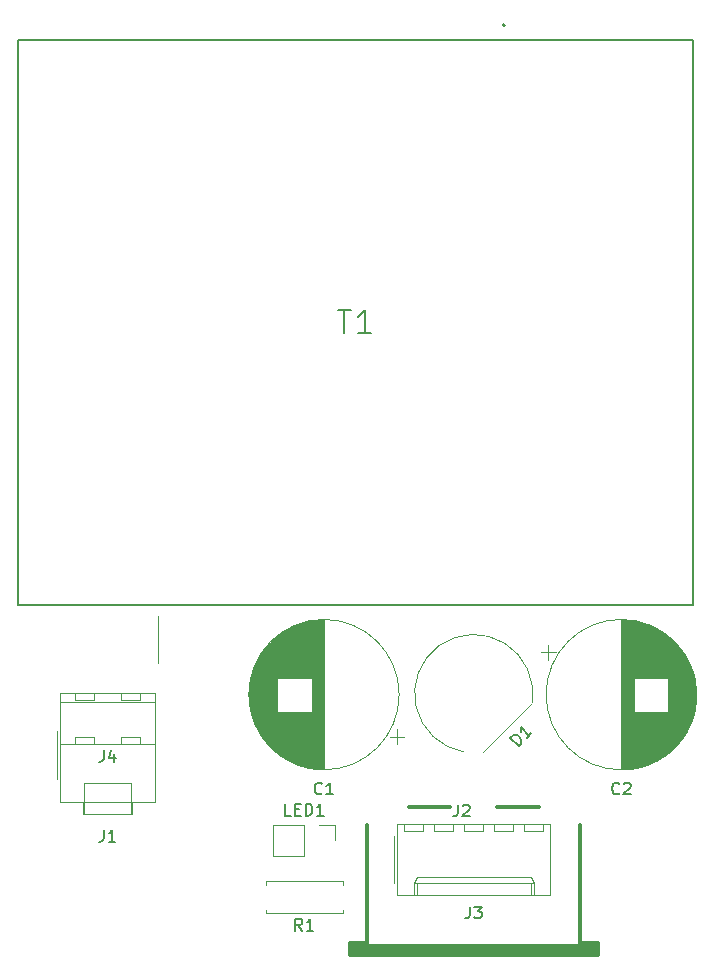
<source format=gbr>
%TF.GenerationSoftware,KiCad,Pcbnew,8.0.2*%
%TF.CreationDate,2024-08-04T20:07:13-04:00*%
%TF.ProjectId,M1PSX3,4d315053-5833-42e6-9b69-6361645f7063,rev?*%
%TF.SameCoordinates,Original*%
%TF.FileFunction,Legend,Top*%
%TF.FilePolarity,Positive*%
%FSLAX46Y46*%
G04 Gerber Fmt 4.6, Leading zero omitted, Abs format (unit mm)*
G04 Created by KiCad (PCBNEW 8.0.2) date 2024-08-04 20:07:13*
%MOMM*%
%LPD*%
G01*
G04 APERTURE LIST*
%ADD10C,0.150000*%
%ADD11C,0.120000*%
%ADD12C,0.304800*%
%ADD13C,0.127000*%
%ADD14C,0.200000*%
G04 APERTURE END LIST*
D10*
X87531952Y-98244819D02*
X87055762Y-98244819D01*
X87055762Y-98244819D02*
X87055762Y-97244819D01*
X87865286Y-97721009D02*
X88198619Y-97721009D01*
X88341476Y-98244819D02*
X87865286Y-98244819D01*
X87865286Y-98244819D02*
X87865286Y-97244819D01*
X87865286Y-97244819D02*
X88341476Y-97244819D01*
X88770048Y-98244819D02*
X88770048Y-97244819D01*
X88770048Y-97244819D02*
X89008143Y-97244819D01*
X89008143Y-97244819D02*
X89151000Y-97292438D01*
X89151000Y-97292438D02*
X89246238Y-97387676D01*
X89246238Y-97387676D02*
X89293857Y-97482914D01*
X89293857Y-97482914D02*
X89341476Y-97673390D01*
X89341476Y-97673390D02*
X89341476Y-97816247D01*
X89341476Y-97816247D02*
X89293857Y-98006723D01*
X89293857Y-98006723D02*
X89246238Y-98101961D01*
X89246238Y-98101961D02*
X89151000Y-98197200D01*
X89151000Y-98197200D02*
X89008143Y-98244819D01*
X89008143Y-98244819D02*
X88770048Y-98244819D01*
X90293857Y-98244819D02*
X89722429Y-98244819D01*
X90008143Y-98244819D02*
X90008143Y-97244819D01*
X90008143Y-97244819D02*
X89912905Y-97387676D01*
X89912905Y-97387676D02*
X89817667Y-97482914D01*
X89817667Y-97482914D02*
X89722429Y-97530533D01*
X102666666Y-105954819D02*
X102666666Y-106669104D01*
X102666666Y-106669104D02*
X102619047Y-106811961D01*
X102619047Y-106811961D02*
X102523809Y-106907200D01*
X102523809Y-106907200D02*
X102380952Y-106954819D01*
X102380952Y-106954819D02*
X102285714Y-106954819D01*
X103047619Y-105954819D02*
X103666666Y-105954819D01*
X103666666Y-105954819D02*
X103333333Y-106335771D01*
X103333333Y-106335771D02*
X103476190Y-106335771D01*
X103476190Y-106335771D02*
X103571428Y-106383390D01*
X103571428Y-106383390D02*
X103619047Y-106431009D01*
X103619047Y-106431009D02*
X103666666Y-106526247D01*
X103666666Y-106526247D02*
X103666666Y-106764342D01*
X103666666Y-106764342D02*
X103619047Y-106859580D01*
X103619047Y-106859580D02*
X103571428Y-106907200D01*
X103571428Y-106907200D02*
X103476190Y-106954819D01*
X103476190Y-106954819D02*
X103190476Y-106954819D01*
X103190476Y-106954819D02*
X103095238Y-106907200D01*
X103095238Y-106907200D02*
X103047619Y-106859580D01*
X90157292Y-96359580D02*
X90109673Y-96407200D01*
X90109673Y-96407200D02*
X89966816Y-96454819D01*
X89966816Y-96454819D02*
X89871578Y-96454819D01*
X89871578Y-96454819D02*
X89728721Y-96407200D01*
X89728721Y-96407200D02*
X89633483Y-96311961D01*
X89633483Y-96311961D02*
X89585864Y-96216723D01*
X89585864Y-96216723D02*
X89538245Y-96026247D01*
X89538245Y-96026247D02*
X89538245Y-95883390D01*
X89538245Y-95883390D02*
X89585864Y-95692914D01*
X89585864Y-95692914D02*
X89633483Y-95597676D01*
X89633483Y-95597676D02*
X89728721Y-95502438D01*
X89728721Y-95502438D02*
X89871578Y-95454819D01*
X89871578Y-95454819D02*
X89966816Y-95454819D01*
X89966816Y-95454819D02*
X90109673Y-95502438D01*
X90109673Y-95502438D02*
X90157292Y-95550057D01*
X91109673Y-96454819D02*
X90538245Y-96454819D01*
X90823959Y-96454819D02*
X90823959Y-95454819D01*
X90823959Y-95454819D02*
X90728721Y-95597676D01*
X90728721Y-95597676D02*
X90633483Y-95692914D01*
X90633483Y-95692914D02*
X90538245Y-95740533D01*
X71666666Y-99439819D02*
X71666666Y-100154104D01*
X71666666Y-100154104D02*
X71619047Y-100296961D01*
X71619047Y-100296961D02*
X71523809Y-100392200D01*
X71523809Y-100392200D02*
X71380952Y-100439819D01*
X71380952Y-100439819D02*
X71285714Y-100439819D01*
X72666666Y-100439819D02*
X72095238Y-100439819D01*
X72380952Y-100439819D02*
X72380952Y-99439819D01*
X72380952Y-99439819D02*
X72285714Y-99582676D01*
X72285714Y-99582676D02*
X72190476Y-99677914D01*
X72190476Y-99677914D02*
X72095238Y-99725533D01*
X71666666Y-92709819D02*
X71666666Y-93424104D01*
X71666666Y-93424104D02*
X71619047Y-93566961D01*
X71619047Y-93566961D02*
X71523809Y-93662200D01*
X71523809Y-93662200D02*
X71380952Y-93709819D01*
X71380952Y-93709819D02*
X71285714Y-93709819D01*
X72571428Y-93043152D02*
X72571428Y-93709819D01*
X72333333Y-92662200D02*
X72095238Y-93376485D01*
X72095238Y-93376485D02*
X72714285Y-93376485D01*
X106799693Y-92343517D02*
X106092587Y-91636410D01*
X106092587Y-91636410D02*
X106260945Y-91468051D01*
X106260945Y-91468051D02*
X106395632Y-91400708D01*
X106395632Y-91400708D02*
X106530319Y-91400708D01*
X106530319Y-91400708D02*
X106631335Y-91434380D01*
X106631335Y-91434380D02*
X106799693Y-91535395D01*
X106799693Y-91535395D02*
X106900709Y-91636410D01*
X106900709Y-91636410D02*
X107001724Y-91804769D01*
X107001724Y-91804769D02*
X107035396Y-91905784D01*
X107035396Y-91905784D02*
X107035396Y-92040471D01*
X107035396Y-92040471D02*
X106968052Y-92175158D01*
X106968052Y-92175158D02*
X106799693Y-92343517D01*
X107877189Y-91266021D02*
X107473128Y-91670082D01*
X107675159Y-91468051D02*
X106968052Y-90760945D01*
X106968052Y-90760945D02*
X107001724Y-90929303D01*
X107001724Y-90929303D02*
X107001724Y-91063990D01*
X107001724Y-91063990D02*
X106968052Y-91165006D01*
X88479333Y-107980819D02*
X88146000Y-107504628D01*
X87907905Y-107980819D02*
X87907905Y-106980819D01*
X87907905Y-106980819D02*
X88288857Y-106980819D01*
X88288857Y-106980819D02*
X88384095Y-107028438D01*
X88384095Y-107028438D02*
X88431714Y-107076057D01*
X88431714Y-107076057D02*
X88479333Y-107171295D01*
X88479333Y-107171295D02*
X88479333Y-107314152D01*
X88479333Y-107314152D02*
X88431714Y-107409390D01*
X88431714Y-107409390D02*
X88384095Y-107457009D01*
X88384095Y-107457009D02*
X88288857Y-107504628D01*
X88288857Y-107504628D02*
X87907905Y-107504628D01*
X89431714Y-107980819D02*
X88860286Y-107980819D01*
X89146000Y-107980819D02*
X89146000Y-106980819D01*
X89146000Y-106980819D02*
X89050762Y-107123676D01*
X89050762Y-107123676D02*
X88955524Y-107218914D01*
X88955524Y-107218914D02*
X88860286Y-107266533D01*
X115333333Y-96359580D02*
X115285714Y-96407200D01*
X115285714Y-96407200D02*
X115142857Y-96454819D01*
X115142857Y-96454819D02*
X115047619Y-96454819D01*
X115047619Y-96454819D02*
X114904762Y-96407200D01*
X114904762Y-96407200D02*
X114809524Y-96311961D01*
X114809524Y-96311961D02*
X114761905Y-96216723D01*
X114761905Y-96216723D02*
X114714286Y-96026247D01*
X114714286Y-96026247D02*
X114714286Y-95883390D01*
X114714286Y-95883390D02*
X114761905Y-95692914D01*
X114761905Y-95692914D02*
X114809524Y-95597676D01*
X114809524Y-95597676D02*
X114904762Y-95502438D01*
X114904762Y-95502438D02*
X115047619Y-95454819D01*
X115047619Y-95454819D02*
X115142857Y-95454819D01*
X115142857Y-95454819D02*
X115285714Y-95502438D01*
X115285714Y-95502438D02*
X115333333Y-95550057D01*
X115714286Y-95550057D02*
X115761905Y-95502438D01*
X115761905Y-95502438D02*
X115857143Y-95454819D01*
X115857143Y-95454819D02*
X116095238Y-95454819D01*
X116095238Y-95454819D02*
X116190476Y-95502438D01*
X116190476Y-95502438D02*
X116238095Y-95550057D01*
X116238095Y-95550057D02*
X116285714Y-95645295D01*
X116285714Y-95645295D02*
X116285714Y-95740533D01*
X116285714Y-95740533D02*
X116238095Y-95883390D01*
X116238095Y-95883390D02*
X115666667Y-96454819D01*
X115666667Y-96454819D02*
X116285714Y-96454819D01*
X91476190Y-55417438D02*
X92619047Y-55417438D01*
X92047618Y-57417438D02*
X92047618Y-55417438D01*
X94333333Y-57417438D02*
X93190476Y-57417438D01*
X93761904Y-57417438D02*
X93761904Y-55417438D01*
X93761904Y-55417438D02*
X93571428Y-55703152D01*
X93571428Y-55703152D02*
X93380952Y-55893628D01*
X93380952Y-55893628D02*
X93190476Y-55988866D01*
X101655421Y-97304819D02*
X101655421Y-98019104D01*
X101655421Y-98019104D02*
X101607802Y-98161961D01*
X101607802Y-98161961D02*
X101512564Y-98257200D01*
X101512564Y-98257200D02*
X101369707Y-98304819D01*
X101369707Y-98304819D02*
X101274469Y-98304819D01*
X102083993Y-97400057D02*
X102131612Y-97352438D01*
X102131612Y-97352438D02*
X102226850Y-97304819D01*
X102226850Y-97304819D02*
X102464945Y-97304819D01*
X102464945Y-97304819D02*
X102560183Y-97352438D01*
X102560183Y-97352438D02*
X102607802Y-97400057D01*
X102607802Y-97400057D02*
X102655421Y-97495295D01*
X102655421Y-97495295D02*
X102655421Y-97590533D01*
X102655421Y-97590533D02*
X102607802Y-97733390D01*
X102607802Y-97733390D02*
X102036374Y-98304819D01*
X102036374Y-98304819D02*
X102655421Y-98304819D01*
D11*
%TO.C,LED1*%
X91246000Y-99000000D02*
X91246000Y-100330000D01*
X89916000Y-99000000D02*
X91246000Y-99000000D01*
X88646000Y-99000000D02*
X86046000Y-99000000D01*
X88646000Y-99000000D02*
X88646000Y-101660000D01*
X86046000Y-99000000D02*
X86046000Y-101660000D01*
X88646000Y-101660000D02*
X86046000Y-101660000D01*
D12*
%TO.C,J3*%
X92493380Y-110032990D02*
X92493380Y-109032230D01*
X92493740Y-109032230D02*
X93994520Y-109032230D01*
X92593740Y-109283690D02*
X113494100Y-109283690D01*
X92593740Y-109784070D02*
X113393740Y-109784070D01*
X93994520Y-99033390D02*
X93994520Y-109533390D01*
X97493740Y-97533390D02*
X100993740Y-97533390D01*
X108493740Y-97533390D02*
X104993740Y-97533390D01*
X111992960Y-99033390D02*
X111992960Y-109533390D01*
X111993350Y-109033390D02*
X113494130Y-109033390D01*
X113494100Y-109032230D02*
X113494100Y-110032990D01*
X113494100Y-109532610D02*
X92493380Y-109532610D01*
X113494100Y-110032990D02*
X92493380Y-110032990D01*
D11*
%TO.C,C1*%
X97141041Y-91575000D02*
X95891041Y-91575000D01*
X96516041Y-92200000D02*
X96516041Y-90950000D01*
X90323959Y-94330000D02*
X90323959Y-81670000D01*
X90283959Y-94330000D02*
X90283959Y-81670000D01*
X90243959Y-94330000D02*
X90243959Y-81670000D01*
X90203959Y-94329000D02*
X90203959Y-81671000D01*
X90163959Y-94328000D02*
X90163959Y-81672000D01*
X90123959Y-94327000D02*
X90123959Y-81673000D01*
X90083959Y-94326000D02*
X90083959Y-81674000D01*
X90043959Y-94324000D02*
X90043959Y-81676000D01*
X90003959Y-94322000D02*
X90003959Y-81678000D01*
X89963959Y-94320000D02*
X89963959Y-81680000D01*
X89923959Y-94318000D02*
X89923959Y-81682000D01*
X89883959Y-94315000D02*
X89883959Y-81685000D01*
X89843959Y-94312000D02*
X89843959Y-81688000D01*
X89803959Y-94309000D02*
X89803959Y-81691000D01*
X89763959Y-94306000D02*
X89763959Y-81694000D01*
X89723959Y-94302000D02*
X89723959Y-81698000D01*
X89683959Y-94298000D02*
X89683959Y-81702000D01*
X89643959Y-94294000D02*
X89643959Y-81706000D01*
X89602959Y-94290000D02*
X89602959Y-81710000D01*
X89562959Y-94285000D02*
X89562959Y-81715000D01*
X89522959Y-94280000D02*
X89522959Y-81720000D01*
X89482959Y-94275000D02*
X89482959Y-81725000D01*
X89442959Y-94269000D02*
X89442959Y-81731000D01*
X89402959Y-94264000D02*
X89402959Y-81736000D01*
X89362959Y-94258000D02*
X89362959Y-81742000D01*
X89322959Y-94252000D02*
X89322959Y-81748000D01*
X89282959Y-94245000D02*
X89282959Y-81755000D01*
X89242959Y-94238000D02*
X89242959Y-89440000D01*
X89242959Y-86560000D02*
X89242959Y-81762000D01*
X89202959Y-94231000D02*
X89202959Y-89440000D01*
X89202959Y-86560000D02*
X89202959Y-81769000D01*
X89162959Y-94224000D02*
X89162959Y-89440000D01*
X89162959Y-86560000D02*
X89162959Y-81776000D01*
X89122959Y-94216000D02*
X89122959Y-89440000D01*
X89122959Y-86560000D02*
X89122959Y-81784000D01*
X89082959Y-94209000D02*
X89082959Y-89440000D01*
X89082959Y-86560000D02*
X89082959Y-81791000D01*
X89042959Y-94201000D02*
X89042959Y-89440000D01*
X89042959Y-86560000D02*
X89042959Y-81799000D01*
X89002959Y-94192000D02*
X89002959Y-89440000D01*
X89002959Y-86560000D02*
X89002959Y-81808000D01*
X88962959Y-94184000D02*
X88962959Y-89440000D01*
X88962959Y-86560000D02*
X88962959Y-81816000D01*
X88922959Y-94175000D02*
X88922959Y-89440000D01*
X88922959Y-86560000D02*
X88922959Y-81825000D01*
X88882959Y-94166000D02*
X88882959Y-89440000D01*
X88882959Y-86560000D02*
X88882959Y-81834000D01*
X88842959Y-94156000D02*
X88842959Y-89440000D01*
X88842959Y-86560000D02*
X88842959Y-81844000D01*
X88802959Y-94146000D02*
X88802959Y-89440000D01*
X88802959Y-86560000D02*
X88802959Y-81854000D01*
X88762959Y-94137000D02*
X88762959Y-89440000D01*
X88762959Y-86560000D02*
X88762959Y-81863000D01*
X88722959Y-94126000D02*
X88722959Y-89440000D01*
X88722959Y-86560000D02*
X88722959Y-81874000D01*
X88682959Y-94116000D02*
X88682959Y-89440000D01*
X88682959Y-86560000D02*
X88682959Y-81884000D01*
X88642959Y-94105000D02*
X88642959Y-89440000D01*
X88642959Y-86560000D02*
X88642959Y-81895000D01*
X88602959Y-94094000D02*
X88602959Y-89440000D01*
X88602959Y-86560000D02*
X88602959Y-81906000D01*
X88562959Y-94083000D02*
X88562959Y-89440000D01*
X88562959Y-86560000D02*
X88562959Y-81917000D01*
X88522959Y-94071000D02*
X88522959Y-89440000D01*
X88522959Y-86560000D02*
X88522959Y-81929000D01*
X88482959Y-94059000D02*
X88482959Y-89440000D01*
X88482959Y-86560000D02*
X88482959Y-81941000D01*
X88442959Y-94047000D02*
X88442959Y-89440000D01*
X88442959Y-86560000D02*
X88442959Y-81953000D01*
X88402959Y-94034000D02*
X88402959Y-89440000D01*
X88402959Y-86560000D02*
X88402959Y-81966000D01*
X88362959Y-94021000D02*
X88362959Y-89440000D01*
X88362959Y-86560000D02*
X88362959Y-81979000D01*
X88322959Y-94008000D02*
X88322959Y-89440000D01*
X88322959Y-86560000D02*
X88322959Y-81992000D01*
X88282959Y-93995000D02*
X88282959Y-89440000D01*
X88282959Y-86560000D02*
X88282959Y-82005000D01*
X88242959Y-93981000D02*
X88242959Y-89440000D01*
X88242959Y-86560000D02*
X88242959Y-82019000D01*
X88202959Y-93967000D02*
X88202959Y-89440000D01*
X88202959Y-86560000D02*
X88202959Y-82033000D01*
X88162959Y-93953000D02*
X88162959Y-89440000D01*
X88162959Y-86560000D02*
X88162959Y-82047000D01*
X88122959Y-93939000D02*
X88122959Y-89440000D01*
X88122959Y-86560000D02*
X88122959Y-82061000D01*
X88082959Y-93924000D02*
X88082959Y-89440000D01*
X88082959Y-86560000D02*
X88082959Y-82076000D01*
X88042959Y-93908000D02*
X88042959Y-89440000D01*
X88042959Y-86560000D02*
X88042959Y-82092000D01*
X88002959Y-93893000D02*
X88002959Y-89440000D01*
X88002959Y-86560000D02*
X88002959Y-82107000D01*
X87962959Y-93877000D02*
X87962959Y-89440000D01*
X87962959Y-86560000D02*
X87962959Y-82123000D01*
X87922959Y-93861000D02*
X87922959Y-89440000D01*
X87922959Y-86560000D02*
X87922959Y-82139000D01*
X87882959Y-93845000D02*
X87882959Y-89440000D01*
X87882959Y-86560000D02*
X87882959Y-82155000D01*
X87842959Y-93828000D02*
X87842959Y-89440000D01*
X87842959Y-86560000D02*
X87842959Y-82172000D01*
X87802959Y-93811000D02*
X87802959Y-89440000D01*
X87802959Y-86560000D02*
X87802959Y-82189000D01*
X87762959Y-93793000D02*
X87762959Y-89440000D01*
X87762959Y-86560000D02*
X87762959Y-82207000D01*
X87722959Y-93776000D02*
X87722959Y-89440000D01*
X87722959Y-86560000D02*
X87722959Y-82224000D01*
X87682959Y-93758000D02*
X87682959Y-89440000D01*
X87682959Y-86560000D02*
X87682959Y-82242000D01*
X87642959Y-93739000D02*
X87642959Y-89440000D01*
X87642959Y-86560000D02*
X87642959Y-82261000D01*
X87602959Y-93721000D02*
X87602959Y-89440000D01*
X87602959Y-86560000D02*
X87602959Y-82279000D01*
X87562959Y-93702000D02*
X87562959Y-89440000D01*
X87562959Y-86560000D02*
X87562959Y-82298000D01*
X87522959Y-93682000D02*
X87522959Y-89440000D01*
X87522959Y-86560000D02*
X87522959Y-82318000D01*
X87482959Y-93662000D02*
X87482959Y-89440000D01*
X87482959Y-86560000D02*
X87482959Y-82338000D01*
X87442959Y-93642000D02*
X87442959Y-89440000D01*
X87442959Y-86560000D02*
X87442959Y-82358000D01*
X87402959Y-93622000D02*
X87402959Y-89440000D01*
X87402959Y-86560000D02*
X87402959Y-82378000D01*
X87362959Y-93601000D02*
X87362959Y-89440000D01*
X87362959Y-86560000D02*
X87362959Y-82399000D01*
X87322959Y-93580000D02*
X87322959Y-89440000D01*
X87322959Y-86560000D02*
X87322959Y-82420000D01*
X87282959Y-93558000D02*
X87282959Y-89440000D01*
X87282959Y-86560000D02*
X87282959Y-82442000D01*
X87242959Y-93536000D02*
X87242959Y-89440000D01*
X87242959Y-86560000D02*
X87242959Y-82464000D01*
X87202959Y-93514000D02*
X87202959Y-89440000D01*
X87202959Y-86560000D02*
X87202959Y-82486000D01*
X87162959Y-93491000D02*
X87162959Y-89440000D01*
X87162959Y-86560000D02*
X87162959Y-82509000D01*
X87122959Y-93468000D02*
X87122959Y-89440000D01*
X87122959Y-86560000D02*
X87122959Y-82532000D01*
X87082959Y-93445000D02*
X87082959Y-89440000D01*
X87082959Y-86560000D02*
X87082959Y-82555000D01*
X87042959Y-93421000D02*
X87042959Y-89440000D01*
X87042959Y-86560000D02*
X87042959Y-82579000D01*
X87002959Y-93397000D02*
X87002959Y-89440000D01*
X87002959Y-86560000D02*
X87002959Y-82603000D01*
X86962959Y-93372000D02*
X86962959Y-89440000D01*
X86962959Y-86560000D02*
X86962959Y-82628000D01*
X86922959Y-93347000D02*
X86922959Y-89440000D01*
X86922959Y-86560000D02*
X86922959Y-82653000D01*
X86882959Y-93322000D02*
X86882959Y-89440000D01*
X86882959Y-86560000D02*
X86882959Y-82678000D01*
X86842959Y-93296000D02*
X86842959Y-89440000D01*
X86842959Y-86560000D02*
X86842959Y-82704000D01*
X86802959Y-93270000D02*
X86802959Y-89440000D01*
X86802959Y-86560000D02*
X86802959Y-82730000D01*
X86762959Y-93243000D02*
X86762959Y-89440000D01*
X86762959Y-86560000D02*
X86762959Y-82757000D01*
X86722959Y-93216000D02*
X86722959Y-89440000D01*
X86722959Y-86560000D02*
X86722959Y-82784000D01*
X86682959Y-93188000D02*
X86682959Y-89440000D01*
X86682959Y-86560000D02*
X86682959Y-82812000D01*
X86642959Y-93160000D02*
X86642959Y-89440000D01*
X86642959Y-86560000D02*
X86642959Y-82840000D01*
X86602959Y-93131000D02*
X86602959Y-89440000D01*
X86602959Y-86560000D02*
X86602959Y-82869000D01*
X86562959Y-93102000D02*
X86562959Y-89440000D01*
X86562959Y-86560000D02*
X86562959Y-82898000D01*
X86522959Y-93073000D02*
X86522959Y-89440000D01*
X86522959Y-86560000D02*
X86522959Y-82927000D01*
X86482959Y-93043000D02*
X86482959Y-89440000D01*
X86482959Y-86560000D02*
X86482959Y-82957000D01*
X86442959Y-93012000D02*
X86442959Y-89440000D01*
X86442959Y-86560000D02*
X86442959Y-82988000D01*
X86402959Y-92982000D02*
X86402959Y-89440000D01*
X86402959Y-86560000D02*
X86402959Y-83018000D01*
X86362959Y-92950000D02*
X86362959Y-83050000D01*
X86322959Y-92918000D02*
X86322959Y-83082000D01*
X86282959Y-92885000D02*
X86282959Y-83115000D01*
X86242959Y-92852000D02*
X86242959Y-83148000D01*
X86202959Y-92819000D02*
X86202959Y-83181000D01*
X86162959Y-92785000D02*
X86162959Y-83215000D01*
X86122959Y-92750000D02*
X86122959Y-83250000D01*
X86082959Y-92714000D02*
X86082959Y-83286000D01*
X86042959Y-92678000D02*
X86042959Y-83322000D01*
X86002959Y-92642000D02*
X86002959Y-83358000D01*
X85962959Y-92605000D02*
X85962959Y-83395000D01*
X85922959Y-92567000D02*
X85922959Y-83433000D01*
X85882959Y-92528000D02*
X85882959Y-83472000D01*
X85842959Y-92489000D02*
X85842959Y-83511000D01*
X85802959Y-92449000D02*
X85802959Y-83551000D01*
X85762959Y-92408000D02*
X85762959Y-83592000D01*
X85722959Y-92367000D02*
X85722959Y-83633000D01*
X85682959Y-92325000D02*
X85682959Y-83675000D01*
X85642959Y-92282000D02*
X85642959Y-83718000D01*
X85602959Y-92238000D02*
X85602959Y-83762000D01*
X85562959Y-92194000D02*
X85562959Y-83806000D01*
X85522959Y-92148000D02*
X85522959Y-83852000D01*
X85482959Y-92102000D02*
X85482959Y-83898000D01*
X85442959Y-92055000D02*
X85442959Y-83945000D01*
X85402959Y-92007000D02*
X85402959Y-83993000D01*
X85362959Y-91957000D02*
X85362959Y-84043000D01*
X85322959Y-91907000D02*
X85322959Y-84093000D01*
X85282959Y-91856000D02*
X85282959Y-84144000D01*
X85242959Y-91804000D02*
X85242959Y-84196000D01*
X85202959Y-91750000D02*
X85202959Y-84250000D01*
X85162959Y-91696000D02*
X85162959Y-84304000D01*
X85122959Y-91640000D02*
X85122959Y-84360000D01*
X85082959Y-91583000D02*
X85082959Y-84417000D01*
X85042959Y-91524000D02*
X85042959Y-84476000D01*
X85002959Y-91464000D02*
X85002959Y-84536000D01*
X84962959Y-91402000D02*
X84962959Y-84598000D01*
X84922959Y-91339000D02*
X84922959Y-84661000D01*
X84882959Y-91275000D02*
X84882959Y-84725000D01*
X84842959Y-91208000D02*
X84842959Y-84792000D01*
X84802959Y-91140000D02*
X84802959Y-84860000D01*
X84762959Y-91069000D02*
X84762959Y-84931000D01*
X84722959Y-90996000D02*
X84722959Y-85004000D01*
X84682959Y-90921000D02*
X84682959Y-85079000D01*
X84642959Y-90844000D02*
X84642959Y-85156000D01*
X84602959Y-90764000D02*
X84602959Y-85236000D01*
X84562959Y-90681000D02*
X84562959Y-85319000D01*
X84522959Y-90594000D02*
X84522959Y-85406000D01*
X84482959Y-90504000D02*
X84482959Y-85496000D01*
X84442959Y-90410000D02*
X84442959Y-85590000D01*
X84402959Y-90312000D02*
X84402959Y-85688000D01*
X84362959Y-90209000D02*
X84362959Y-85791000D01*
X84322959Y-90100000D02*
X84322959Y-85900000D01*
X84282959Y-89984000D02*
X84282959Y-86016000D01*
X84242959Y-89861000D02*
X84242959Y-86139000D01*
X84202959Y-89728000D02*
X84202959Y-86272000D01*
X84162959Y-89583000D02*
X84162959Y-86417000D01*
X84122959Y-89422000D02*
X84122959Y-86578000D01*
X84082959Y-89241000D02*
X84082959Y-86759000D01*
X84042959Y-89028000D02*
X84042959Y-86972000D01*
X84002959Y-88757000D02*
X84002959Y-87243000D01*
X83962959Y-88317000D02*
X83962959Y-87683000D01*
X96693959Y-88000000D02*
G75*
G02*
X83953959Y-88000000I-6370000J0D01*
G01*
X83953959Y-88000000D02*
G75*
G02*
X96693959Y-88000000I6370000J0D01*
G01*
%TO.C,J1*%
X67710000Y-91105000D02*
X67710000Y-95105000D01*
X68000000Y-87885000D02*
X76000000Y-87885000D01*
X68000000Y-97110000D02*
X68000000Y-87885000D01*
X69220000Y-87885000D02*
X69220000Y-88485000D01*
X69220000Y-88485000D02*
X70820000Y-88485000D01*
X69905000Y-97110000D02*
X68000000Y-97110000D01*
X69905000Y-98115000D02*
X69905000Y-97110000D01*
X70020000Y-95445000D02*
X73980000Y-95445000D01*
X70020000Y-97115000D02*
X70020000Y-95445000D01*
X70020000Y-97115000D02*
X73980000Y-97115000D01*
X70020000Y-98115000D02*
X70020000Y-97115000D01*
X70820000Y-88485000D02*
X70820000Y-87885000D01*
X73180000Y-87885000D02*
X73180000Y-88485000D01*
X73180000Y-88485000D02*
X74780000Y-88485000D01*
X73980000Y-95445000D02*
X73980000Y-97115000D01*
X73980000Y-97115000D02*
X73980000Y-98115000D01*
X74095000Y-97110000D02*
X74095000Y-98115000D01*
X74095000Y-98115000D02*
X69905000Y-98115000D01*
X74780000Y-88485000D02*
X74780000Y-87885000D01*
X76000000Y-87885000D02*
X76000000Y-97110000D01*
X76000000Y-97110000D02*
X74095000Y-97110000D01*
%TO.C,J4*%
X76285000Y-85345000D02*
X76285000Y-81345000D01*
X75995000Y-92165000D02*
X68005000Y-92165000D01*
X75995000Y-88645000D02*
X75995000Y-92165000D01*
X74780000Y-92165000D02*
X74780000Y-91565000D01*
X74780000Y-91565000D02*
X73180000Y-91565000D01*
X73180000Y-91565000D02*
X73180000Y-92165000D01*
X70820000Y-92165000D02*
X70820000Y-91565000D01*
X70820000Y-91565000D02*
X69220000Y-91565000D01*
X69220000Y-91565000D02*
X69220000Y-92165000D01*
X68005000Y-92165000D02*
X68005000Y-88645000D01*
X68005000Y-88645000D02*
X75995000Y-88645000D01*
%TO.C,D1*%
X103808223Y-92847038D02*
X107939141Y-88716121D01*
X102191777Y-92847038D02*
G75*
G02*
X107939140Y-88716121I808223J4939140D01*
G01*
%TO.C,R1*%
X91916000Y-106526000D02*
X85376000Y-106526000D01*
X91916000Y-106196000D02*
X91916000Y-106526000D01*
X91916000Y-104116000D02*
X91916000Y-103786000D01*
X91916000Y-103786000D02*
X85376000Y-103786000D01*
X85376000Y-106526000D02*
X85376000Y-106196000D01*
X85376000Y-103786000D02*
X85376000Y-104116000D01*
%TO.C,C2*%
X108682918Y-84425000D02*
X109932918Y-84425000D01*
X109307918Y-83800000D02*
X109307918Y-85050000D01*
X115500000Y-81670000D02*
X115500000Y-94330000D01*
X115540000Y-81670000D02*
X115540000Y-94330000D01*
X115580000Y-81670000D02*
X115580000Y-94330000D01*
X115620000Y-81671000D02*
X115620000Y-94329000D01*
X115660000Y-81672000D02*
X115660000Y-94328000D01*
X115700000Y-81673000D02*
X115700000Y-94327000D01*
X115740000Y-81674000D02*
X115740000Y-94326000D01*
X115780000Y-81676000D02*
X115780000Y-94324000D01*
X115820000Y-81678000D02*
X115820000Y-94322000D01*
X115860000Y-81680000D02*
X115860000Y-94320000D01*
X115900000Y-81682000D02*
X115900000Y-94318000D01*
X115940000Y-81685000D02*
X115940000Y-94315000D01*
X115980000Y-81688000D02*
X115980000Y-94312000D01*
X116020000Y-81691000D02*
X116020000Y-94309000D01*
X116060000Y-81694000D02*
X116060000Y-94306000D01*
X116100000Y-81698000D02*
X116100000Y-94302000D01*
X116140000Y-81702000D02*
X116140000Y-94298000D01*
X116180000Y-81706000D02*
X116180000Y-94294000D01*
X116221000Y-81710000D02*
X116221000Y-94290000D01*
X116261000Y-81715000D02*
X116261000Y-94285000D01*
X116301000Y-81720000D02*
X116301000Y-94280000D01*
X116341000Y-81725000D02*
X116341000Y-94275000D01*
X116381000Y-81731000D02*
X116381000Y-94269000D01*
X116421000Y-81736000D02*
X116421000Y-94264000D01*
X116461000Y-81742000D02*
X116461000Y-94258000D01*
X116501000Y-81748000D02*
X116501000Y-94252000D01*
X116541000Y-81755000D02*
X116541000Y-94245000D01*
X116581000Y-81762000D02*
X116581000Y-86560000D01*
X116581000Y-89440000D02*
X116581000Y-94238000D01*
X116621000Y-81769000D02*
X116621000Y-86560000D01*
X116621000Y-89440000D02*
X116621000Y-94231000D01*
X116661000Y-81776000D02*
X116661000Y-86560000D01*
X116661000Y-89440000D02*
X116661000Y-94224000D01*
X116701000Y-81784000D02*
X116701000Y-86560000D01*
X116701000Y-89440000D02*
X116701000Y-94216000D01*
X116741000Y-81791000D02*
X116741000Y-86560000D01*
X116741000Y-89440000D02*
X116741000Y-94209000D01*
X116781000Y-81799000D02*
X116781000Y-86560000D01*
X116781000Y-89440000D02*
X116781000Y-94201000D01*
X116821000Y-81808000D02*
X116821000Y-86560000D01*
X116821000Y-89440000D02*
X116821000Y-94192000D01*
X116861000Y-81816000D02*
X116861000Y-86560000D01*
X116861000Y-89440000D02*
X116861000Y-94184000D01*
X116901000Y-81825000D02*
X116901000Y-86560000D01*
X116901000Y-89440000D02*
X116901000Y-94175000D01*
X116941000Y-81834000D02*
X116941000Y-86560000D01*
X116941000Y-89440000D02*
X116941000Y-94166000D01*
X116981000Y-81844000D02*
X116981000Y-86560000D01*
X116981000Y-89440000D02*
X116981000Y-94156000D01*
X117021000Y-81854000D02*
X117021000Y-86560000D01*
X117021000Y-89440000D02*
X117021000Y-94146000D01*
X117061000Y-81863000D02*
X117061000Y-86560000D01*
X117061000Y-89440000D02*
X117061000Y-94137000D01*
X117101000Y-81874000D02*
X117101000Y-86560000D01*
X117101000Y-89440000D02*
X117101000Y-94126000D01*
X117141000Y-81884000D02*
X117141000Y-86560000D01*
X117141000Y-89440000D02*
X117141000Y-94116000D01*
X117181000Y-81895000D02*
X117181000Y-86560000D01*
X117181000Y-89440000D02*
X117181000Y-94105000D01*
X117221000Y-81906000D02*
X117221000Y-86560000D01*
X117221000Y-89440000D02*
X117221000Y-94094000D01*
X117261000Y-81917000D02*
X117261000Y-86560000D01*
X117261000Y-89440000D02*
X117261000Y-94083000D01*
X117301000Y-81929000D02*
X117301000Y-86560000D01*
X117301000Y-89440000D02*
X117301000Y-94071000D01*
X117341000Y-81941000D02*
X117341000Y-86560000D01*
X117341000Y-89440000D02*
X117341000Y-94059000D01*
X117381000Y-81953000D02*
X117381000Y-86560000D01*
X117381000Y-89440000D02*
X117381000Y-94047000D01*
X117421000Y-81966000D02*
X117421000Y-86560000D01*
X117421000Y-89440000D02*
X117421000Y-94034000D01*
X117461000Y-81979000D02*
X117461000Y-86560000D01*
X117461000Y-89440000D02*
X117461000Y-94021000D01*
X117501000Y-81992000D02*
X117501000Y-86560000D01*
X117501000Y-89440000D02*
X117501000Y-94008000D01*
X117541000Y-82005000D02*
X117541000Y-86560000D01*
X117541000Y-89440000D02*
X117541000Y-93995000D01*
X117581000Y-82019000D02*
X117581000Y-86560000D01*
X117581000Y-89440000D02*
X117581000Y-93981000D01*
X117621000Y-82033000D02*
X117621000Y-86560000D01*
X117621000Y-89440000D02*
X117621000Y-93967000D01*
X117661000Y-82047000D02*
X117661000Y-86560000D01*
X117661000Y-89440000D02*
X117661000Y-93953000D01*
X117701000Y-82061000D02*
X117701000Y-86560000D01*
X117701000Y-89440000D02*
X117701000Y-93939000D01*
X117741000Y-82076000D02*
X117741000Y-86560000D01*
X117741000Y-89440000D02*
X117741000Y-93924000D01*
X117781000Y-82092000D02*
X117781000Y-86560000D01*
X117781000Y-89440000D02*
X117781000Y-93908000D01*
X117821000Y-82107000D02*
X117821000Y-86560000D01*
X117821000Y-89440000D02*
X117821000Y-93893000D01*
X117861000Y-82123000D02*
X117861000Y-86560000D01*
X117861000Y-89440000D02*
X117861000Y-93877000D01*
X117901000Y-82139000D02*
X117901000Y-86560000D01*
X117901000Y-89440000D02*
X117901000Y-93861000D01*
X117941000Y-82155000D02*
X117941000Y-86560000D01*
X117941000Y-89440000D02*
X117941000Y-93845000D01*
X117981000Y-82172000D02*
X117981000Y-86560000D01*
X117981000Y-89440000D02*
X117981000Y-93828000D01*
X118021000Y-82189000D02*
X118021000Y-86560000D01*
X118021000Y-89440000D02*
X118021000Y-93811000D01*
X118061000Y-82207000D02*
X118061000Y-86560000D01*
X118061000Y-89440000D02*
X118061000Y-93793000D01*
X118101000Y-82224000D02*
X118101000Y-86560000D01*
X118101000Y-89440000D02*
X118101000Y-93776000D01*
X118141000Y-82242000D02*
X118141000Y-86560000D01*
X118141000Y-89440000D02*
X118141000Y-93758000D01*
X118181000Y-82261000D02*
X118181000Y-86560000D01*
X118181000Y-89440000D02*
X118181000Y-93739000D01*
X118221000Y-82279000D02*
X118221000Y-86560000D01*
X118221000Y-89440000D02*
X118221000Y-93721000D01*
X118261000Y-82298000D02*
X118261000Y-86560000D01*
X118261000Y-89440000D02*
X118261000Y-93702000D01*
X118301000Y-82318000D02*
X118301000Y-86560000D01*
X118301000Y-89440000D02*
X118301000Y-93682000D01*
X118341000Y-82338000D02*
X118341000Y-86560000D01*
X118341000Y-89440000D02*
X118341000Y-93662000D01*
X118381000Y-82358000D02*
X118381000Y-86560000D01*
X118381000Y-89440000D02*
X118381000Y-93642000D01*
X118421000Y-82378000D02*
X118421000Y-86560000D01*
X118421000Y-89440000D02*
X118421000Y-93622000D01*
X118461000Y-82399000D02*
X118461000Y-86560000D01*
X118461000Y-89440000D02*
X118461000Y-93601000D01*
X118501000Y-82420000D02*
X118501000Y-86560000D01*
X118501000Y-89440000D02*
X118501000Y-93580000D01*
X118541000Y-82442000D02*
X118541000Y-86560000D01*
X118541000Y-89440000D02*
X118541000Y-93558000D01*
X118581000Y-82464000D02*
X118581000Y-86560000D01*
X118581000Y-89440000D02*
X118581000Y-93536000D01*
X118621000Y-82486000D02*
X118621000Y-86560000D01*
X118621000Y-89440000D02*
X118621000Y-93514000D01*
X118661000Y-82509000D02*
X118661000Y-86560000D01*
X118661000Y-89440000D02*
X118661000Y-93491000D01*
X118701000Y-82532000D02*
X118701000Y-86560000D01*
X118701000Y-89440000D02*
X118701000Y-93468000D01*
X118741000Y-82555000D02*
X118741000Y-86560000D01*
X118741000Y-89440000D02*
X118741000Y-93445000D01*
X118781000Y-82579000D02*
X118781000Y-86560000D01*
X118781000Y-89440000D02*
X118781000Y-93421000D01*
X118821000Y-82603000D02*
X118821000Y-86560000D01*
X118821000Y-89440000D02*
X118821000Y-93397000D01*
X118861000Y-82628000D02*
X118861000Y-86560000D01*
X118861000Y-89440000D02*
X118861000Y-93372000D01*
X118901000Y-82653000D02*
X118901000Y-86560000D01*
X118901000Y-89440000D02*
X118901000Y-93347000D01*
X118941000Y-82678000D02*
X118941000Y-86560000D01*
X118941000Y-89440000D02*
X118941000Y-93322000D01*
X118981000Y-82704000D02*
X118981000Y-86560000D01*
X118981000Y-89440000D02*
X118981000Y-93296000D01*
X119021000Y-82730000D02*
X119021000Y-86560000D01*
X119021000Y-89440000D02*
X119021000Y-93270000D01*
X119061000Y-82757000D02*
X119061000Y-86560000D01*
X119061000Y-89440000D02*
X119061000Y-93243000D01*
X119101000Y-82784000D02*
X119101000Y-86560000D01*
X119101000Y-89440000D02*
X119101000Y-93216000D01*
X119141000Y-82812000D02*
X119141000Y-86560000D01*
X119141000Y-89440000D02*
X119141000Y-93188000D01*
X119181000Y-82840000D02*
X119181000Y-86560000D01*
X119181000Y-89440000D02*
X119181000Y-93160000D01*
X119221000Y-82869000D02*
X119221000Y-86560000D01*
X119221000Y-89440000D02*
X119221000Y-93131000D01*
X119261000Y-82898000D02*
X119261000Y-86560000D01*
X119261000Y-89440000D02*
X119261000Y-93102000D01*
X119301000Y-82927000D02*
X119301000Y-86560000D01*
X119301000Y-89440000D02*
X119301000Y-93073000D01*
X119341000Y-82957000D02*
X119341000Y-86560000D01*
X119341000Y-89440000D02*
X119341000Y-93043000D01*
X119381000Y-82988000D02*
X119381000Y-86560000D01*
X119381000Y-89440000D02*
X119381000Y-93012000D01*
X119421000Y-83018000D02*
X119421000Y-86560000D01*
X119421000Y-89440000D02*
X119421000Y-92982000D01*
X119461000Y-83050000D02*
X119461000Y-92950000D01*
X119501000Y-83082000D02*
X119501000Y-92918000D01*
X119541000Y-83115000D02*
X119541000Y-92885000D01*
X119581000Y-83148000D02*
X119581000Y-92852000D01*
X119621000Y-83181000D02*
X119621000Y-92819000D01*
X119661000Y-83215000D02*
X119661000Y-92785000D01*
X119701000Y-83250000D02*
X119701000Y-92750000D01*
X119741000Y-83286000D02*
X119741000Y-92714000D01*
X119781000Y-83322000D02*
X119781000Y-92678000D01*
X119821000Y-83358000D02*
X119821000Y-92642000D01*
X119861000Y-83395000D02*
X119861000Y-92605000D01*
X119901000Y-83433000D02*
X119901000Y-92567000D01*
X119941000Y-83472000D02*
X119941000Y-92528000D01*
X119981000Y-83511000D02*
X119981000Y-92489000D01*
X120021000Y-83551000D02*
X120021000Y-92449000D01*
X120061000Y-83592000D02*
X120061000Y-92408000D01*
X120101000Y-83633000D02*
X120101000Y-92367000D01*
X120141000Y-83675000D02*
X120141000Y-92325000D01*
X120181000Y-83718000D02*
X120181000Y-92282000D01*
X120221000Y-83762000D02*
X120221000Y-92238000D01*
X120261000Y-83806000D02*
X120261000Y-92194000D01*
X120301000Y-83852000D02*
X120301000Y-92148000D01*
X120341000Y-83898000D02*
X120341000Y-92102000D01*
X120381000Y-83945000D02*
X120381000Y-92055000D01*
X120421000Y-83993000D02*
X120421000Y-92007000D01*
X120461000Y-84043000D02*
X120461000Y-91957000D01*
X120501000Y-84093000D02*
X120501000Y-91907000D01*
X120541000Y-84144000D02*
X120541000Y-91856000D01*
X120581000Y-84196000D02*
X120581000Y-91804000D01*
X120621000Y-84250000D02*
X120621000Y-91750000D01*
X120661000Y-84304000D02*
X120661000Y-91696000D01*
X120701000Y-84360000D02*
X120701000Y-91640000D01*
X120741000Y-84417000D02*
X120741000Y-91583000D01*
X120781000Y-84476000D02*
X120781000Y-91524000D01*
X120821000Y-84536000D02*
X120821000Y-91464000D01*
X120861000Y-84598000D02*
X120861000Y-91402000D01*
X120901000Y-84661000D02*
X120901000Y-91339000D01*
X120941000Y-84725000D02*
X120941000Y-91275000D01*
X120981000Y-84792000D02*
X120981000Y-91208000D01*
X121021000Y-84860000D02*
X121021000Y-91140000D01*
X121061000Y-84931000D02*
X121061000Y-91069000D01*
X121101000Y-85004000D02*
X121101000Y-90996000D01*
X121141000Y-85079000D02*
X121141000Y-90921000D01*
X121181000Y-85156000D02*
X121181000Y-90844000D01*
X121221000Y-85236000D02*
X121221000Y-90764000D01*
X121261000Y-85319000D02*
X121261000Y-90681000D01*
X121301000Y-85406000D02*
X121301000Y-90594000D01*
X121341000Y-85496000D02*
X121341000Y-90504000D01*
X121381000Y-85590000D02*
X121381000Y-90410000D01*
X121421000Y-85688000D02*
X121421000Y-90312000D01*
X121461000Y-85791000D02*
X121461000Y-90209000D01*
X121501000Y-85900000D02*
X121501000Y-90100000D01*
X121541000Y-86016000D02*
X121541000Y-89984000D01*
X121581000Y-86139000D02*
X121581000Y-89861000D01*
X121621000Y-86272000D02*
X121621000Y-89728000D01*
X121661000Y-86417000D02*
X121661000Y-89583000D01*
X121701000Y-86578000D02*
X121701000Y-89422000D01*
X121741000Y-86759000D02*
X121741000Y-89241000D01*
X121781000Y-86972000D02*
X121781000Y-89028000D01*
X121821000Y-87243000D02*
X121821000Y-88757000D01*
X121861000Y-87683000D02*
X121861000Y-88317000D01*
X121870000Y-88000000D02*
G75*
G02*
X109130000Y-88000000I-6370000J0D01*
G01*
X109130000Y-88000000D02*
G75*
G02*
X121870000Y-88000000I6370000J0D01*
G01*
D13*
%TO.C,T1*%
X121600000Y-32600000D02*
X121600000Y-80400000D01*
X64400000Y-32600000D02*
X121600000Y-32600000D01*
X121600000Y-80400000D02*
X64400000Y-80400000D01*
X64400000Y-80400000D02*
X64400000Y-32600000D01*
D14*
X105640000Y-31330000D02*
G75*
G02*
X105440000Y-31330000I-100000J0D01*
G01*
X105440000Y-31330000D02*
G75*
G02*
X105640000Y-31330000I100000J0D01*
G01*
D11*
%TO.C,J2*%
X96243755Y-99985000D02*
X96243755Y-103985000D01*
X96533755Y-98955000D02*
X96533755Y-104975000D01*
X96533755Y-104975000D02*
X109453755Y-104975000D01*
X97113755Y-98955000D02*
X97113755Y-99555000D01*
X97113755Y-99555000D02*
X98713755Y-99555000D01*
X97913755Y-103975000D02*
X98163755Y-103445000D01*
X97913755Y-103975000D02*
X108073755Y-103975000D01*
X97913755Y-104975000D02*
X97913755Y-103975000D01*
X98163755Y-103445000D02*
X107823755Y-103445000D01*
X98163755Y-104975000D02*
X98163755Y-103975000D01*
X98713755Y-99555000D02*
X98713755Y-98955000D01*
X99653755Y-98955000D02*
X99653755Y-99555000D01*
X99653755Y-99555000D02*
X101253755Y-99555000D01*
X101253755Y-99555000D02*
X101253755Y-98955000D01*
X102193755Y-98955000D02*
X102193755Y-99555000D01*
X102193755Y-99555000D02*
X103793755Y-99555000D01*
X103793755Y-99555000D02*
X103793755Y-98955000D01*
X104733755Y-98955000D02*
X104733755Y-99555000D01*
X104733755Y-99555000D02*
X106333755Y-99555000D01*
X106333755Y-99555000D02*
X106333755Y-98955000D01*
X107273755Y-98955000D02*
X107273755Y-99555000D01*
X107273755Y-99555000D02*
X108873755Y-99555000D01*
X107823755Y-103445000D02*
X108073755Y-103975000D01*
X107823755Y-104975000D02*
X107823755Y-103975000D01*
X108073755Y-103975000D02*
X108073755Y-104975000D01*
X108873755Y-99555000D02*
X108873755Y-98955000D01*
X109453755Y-98955000D02*
X96533755Y-98955000D01*
X109453755Y-104975000D02*
X109453755Y-98955000D01*
%TD*%
M02*

</source>
